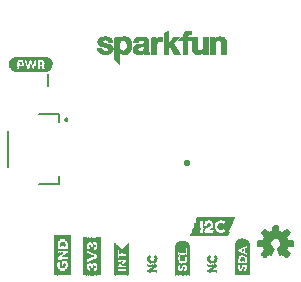
<source format=gto>
G75*
%MOIN*%
%OFA0B0*%
%FSLAX25Y25*%
%IPPOS*%
%LPD*%
%AMOC8*
5,1,8,0,0,1.08239X$1,22.5*
%
%ADD10C,0.00800*%
%ADD11C,0.00591*%
%ADD12R,0.00157X0.12520*%
%ADD13R,0.00118X0.12520*%
%ADD14R,0.00118X0.02480*%
%ADD15R,0.00118X0.06220*%
%ADD16R,0.00157X0.02047*%
%ADD17R,0.00157X0.00945*%
%ADD18R,0.00118X0.01929*%
%ADD19R,0.00118X0.00709*%
%ADD20R,0.00118X0.02047*%
%ADD21R,0.00157X0.01772*%
%ADD22R,0.00157X0.00551*%
%ADD23R,0.00157X0.01811*%
%ADD24R,0.00118X0.01654*%
%ADD25R,0.00118X0.00433*%
%ADD26R,0.00118X0.01811*%
%ADD27R,0.00157X0.01654*%
%ADD28R,0.00118X0.00276*%
%ADD29R,0.00118X0.00394*%
%ADD30R,0.00118X0.01496*%
%ADD31R,0.00118X0.00551*%
%ADD32R,0.00157X0.00669*%
%ADD33R,0.00157X0.01378*%
%ADD34R,0.00157X0.00709*%
%ADD35R,0.00157X0.01496*%
%ADD36R,0.00118X0.00984*%
%ADD37R,0.00118X0.01260*%
%ADD38R,0.00157X0.01929*%
%ADD39R,0.00157X0.01102*%
%ADD40R,0.00118X0.00827*%
%ADD41R,0.00118X0.00945*%
%ADD42R,0.00157X0.02480*%
%ADD43R,0.00157X0.00984*%
%ADD44R,0.00118X0.01102*%
%ADD45R,0.00118X0.01772*%
%ADD46R,0.00157X0.01260*%
%ADD47R,0.00157X0.00394*%
%ADD48R,0.00157X0.02087*%
%ADD49R,0.00118X0.03031*%
%ADD50R,0.00118X0.00157*%
%ADD51R,0.00118X0.02638*%
%ADD52R,0.00157X0.01220*%
%ADD53R,0.00157X0.00157*%
%ADD54R,0.00118X0.01220*%
%ADD55R,0.00118X0.00669*%
%ADD56R,0.00118X0.01378*%
%ADD57R,0.00157X0.02205*%
%ADD58R,0.00118X0.02205*%
%ADD59R,0.00118X0.10394*%
%ADD60R,0.00118X0.10748*%
%ADD61R,0.00079X0.10984*%
%ADD62R,0.00157X0.11220*%
%ADD63R,0.00118X0.11339*%
%ADD64R,0.00118X0.11457*%
%ADD65R,0.00079X0.11575*%
%ADD66R,0.00118X0.02126*%
%ADD67R,0.00118X0.08976*%
%ADD68R,0.00157X0.01890*%
%ADD69R,0.00157X0.00827*%
%ADD70R,0.00157X0.02362*%
%ADD71R,0.00157X0.03425*%
%ADD72R,0.00118X0.00591*%
%ADD73R,0.00118X0.02008*%
%ADD74R,0.00118X0.03307*%
%ADD75R,0.00118X0.01535*%
%ADD76R,0.00118X0.00472*%
%ADD77R,0.00118X0.03425*%
%ADD78R,0.00157X0.01417*%
%ADD79R,0.00157X0.00472*%
%ADD80R,0.00157X0.01299*%
%ADD81R,0.00118X0.01417*%
%ADD82R,0.00118X0.01181*%
%ADD83R,0.00157X0.01063*%
%ADD84R,0.00157X0.03307*%
%ADD85R,0.00118X0.03189*%
%ADD86R,0.00118X0.01299*%
%ADD87R,0.00118X0.00236*%
%ADD88R,0.00157X0.00591*%
%ADD89R,0.00157X0.00236*%
%ADD90R,0.00157X0.03071*%
%ADD91R,0.00118X0.00354*%
%ADD92R,0.00118X0.03071*%
%ADD93R,0.00118X0.02953*%
%ADD94R,0.00157X0.02835*%
%ADD95R,0.00157X0.00354*%
%ADD96R,0.00157X0.01181*%
%ADD97R,0.00118X0.01063*%
%ADD98R,0.00118X0.02835*%
%ADD99R,0.00118X0.02598*%
%ADD100R,0.00118X0.02362*%
%ADD101R,0.00118X0.02244*%
%ADD102R,0.00157X0.02126*%
%ADD103R,0.00118X0.11575*%
%ADD104R,0.00118X0.11220*%
%ADD105R,0.00118X0.10984*%
%ADD106R,0.00118X0.09685*%
%ADD107R,0.00118X0.10039*%
%ADD108R,0.00079X0.10276*%
%ADD109R,0.00157X0.10512*%
%ADD110R,0.00118X0.10630*%
%ADD111R,0.00079X0.10866*%
%ADD112R,0.00118X0.05315*%
%ADD113R,0.00157X0.03661*%
%ADD114R,0.00118X0.03661*%
%ADD115R,0.00157X0.03780*%
%ADD116R,0.00118X0.03780*%
%ADD117R,0.00118X0.03898*%
%ADD118R,0.00157X0.02008*%
%ADD119R,0.00157X0.03898*%
%ADD120R,0.00157X0.02717*%
%ADD121R,0.00118X0.01890*%
%ADD122R,0.00118X0.10866*%
%ADD123R,0.00118X0.10512*%
%ADD124R,0.00118X0.10276*%
%ADD125R,0.10748X0.00118*%
%ADD126R,0.11457X0.00118*%
%ADD127R,0.11929X0.00079*%
%ADD128R,0.12402X0.00157*%
%ADD129R,0.12638X0.00118*%
%ADD130R,0.12874X0.00118*%
%ADD131R,0.13110X0.00079*%
%ADD132R,0.04961X0.00118*%
%ADD133R,0.03071X0.00118*%
%ADD134R,0.05079X0.00118*%
%ADD135R,0.02244X0.00157*%
%ADD136R,0.00945X0.00157*%
%ADD137R,0.01181X0.00157*%
%ADD138R,0.00472X0.00157*%
%ADD139R,0.02835X0.00157*%
%ADD140R,0.02244X0.00118*%
%ADD141R,0.00591X0.00118*%
%ADD142R,0.00945X0.00118*%
%ADD143R,0.00354X0.00118*%
%ADD144R,0.02598X0.00118*%
%ADD145R,0.02362X0.00118*%
%ADD146R,0.00472X0.00118*%
%ADD147R,0.00827X0.00118*%
%ADD148R,0.02480X0.00118*%
%ADD149R,0.02480X0.00157*%
%ADD150R,0.00236X0.00157*%
%ADD151R,0.00709X0.00157*%
%ADD152R,0.00354X0.00157*%
%ADD153R,0.00709X0.00118*%
%ADD154R,0.00236X0.00118*%
%ADD155R,0.02598X0.00157*%
%ADD156R,0.00591X0.00157*%
%ADD157R,0.02717X0.00118*%
%ADD158R,0.02835X0.00118*%
%ADD159R,0.00827X0.00157*%
%ADD160R,0.01299X0.00118*%
%ADD161R,0.01654X0.00118*%
%ADD162R,0.01063X0.00118*%
%ADD163R,0.01063X0.00157*%
%ADD164R,0.01181X0.00118*%
%ADD165R,0.02126X0.00118*%
%ADD166R,0.02126X0.00157*%
%ADD167R,0.01417X0.00118*%
%ADD168R,0.13110X0.00118*%
%ADD169R,0.12402X0.00118*%
%ADD170R,0.11929X0.00118*%
%ADD171R,0.02756X0.00394*%
%ADD172R,0.04331X0.00394*%
%ADD173R,0.05118X0.00394*%
%ADD174R,0.05512X0.00394*%
%ADD175R,0.06299X0.00394*%
%ADD176R,0.07087X0.00394*%
%ADD177R,0.09449X0.00394*%
%ADD178R,0.10630X0.00394*%
%ADD179R,0.11417X0.00394*%
%ADD180R,0.10236X0.00394*%
%ADD181R,0.01181X0.00394*%
%ADD182R,0.01575X0.00394*%
%ADD183R,0.00787X0.00394*%
%ADD184R,0.00394X0.00394*%
%ADD185R,0.00157X0.13386*%
%ADD186R,0.00118X0.13386*%
%ADD187R,0.00118X0.02913*%
%ADD188R,0.00118X0.09646*%
%ADD189R,0.00157X0.02638*%
%ADD190R,0.00157X0.00433*%
%ADD191R,0.00118X0.02087*%
%ADD192R,0.00157X0.01535*%
%ADD193R,0.00157X0.00276*%
%ADD194R,0.00118X0.00118*%
%ADD195R,0.00118X0.02756*%
%ADD196C,0.02236*%
%ADD197R,0.00079X0.10512*%
%ADD198R,0.00157X0.10394*%
%ADD199R,0.00118X0.10157*%
%ADD200R,0.00079X0.10039*%
%ADD201R,0.00118X0.09921*%
%ADD202R,0.00157X0.00118*%
%ADD203R,0.00157X0.02598*%
%ADD204C,0.00300*%
%ADD205R,0.12441X0.00157*%
%ADD206R,0.12598X0.00157*%
%ADD207R,0.03780X0.00157*%
%ADD208R,0.03465X0.00157*%
%ADD209R,0.03937X0.00157*%
%ADD210R,0.01575X0.00157*%
%ADD211R,0.01260X0.00157*%
%ADD212R,0.02520X0.00157*%
%ADD213R,0.03307X0.00157*%
%ADD214R,0.01417X0.00157*%
%ADD215R,0.01890X0.00157*%
%ADD216R,0.02992X0.00157*%
%ADD217R,0.00630X0.00157*%
%ADD218R,0.02677X0.00157*%
%ADD219R,0.01102X0.00157*%
%ADD220R,0.01732X0.00157*%
%ADD221R,0.00787X0.00157*%
%ADD222R,0.00315X0.00157*%
%ADD223R,0.04724X0.00157*%
%ADD224R,0.04567X0.00157*%
%ADD225R,0.02047X0.00157*%
%ADD226R,0.02205X0.00157*%
%ADD227R,0.04409X0.00157*%
%ADD228R,0.02362X0.00157*%
%ADD229R,0.04252X0.00157*%
D10*
X0125459Y0118189D02*
X0131955Y0118189D01*
X0131955Y0121142D01*
X0115223Y0124094D02*
X0115223Y0135906D01*
X0125459Y0141811D02*
X0131955Y0141811D01*
X0131955Y0138858D01*
X0134114Y0139843D02*
X0134116Y0139883D01*
X0134122Y0139922D01*
X0134132Y0139961D01*
X0134145Y0139998D01*
X0134163Y0140034D01*
X0134184Y0140068D01*
X0134208Y0140100D01*
X0134235Y0140129D01*
X0134265Y0140156D01*
X0134297Y0140179D01*
X0134332Y0140199D01*
X0134368Y0140215D01*
X0134406Y0140228D01*
X0134445Y0140237D01*
X0134484Y0140242D01*
X0134524Y0140243D01*
X0134564Y0140240D01*
X0134603Y0140233D01*
X0134641Y0140222D01*
X0134679Y0140208D01*
X0134714Y0140189D01*
X0134747Y0140168D01*
X0134779Y0140143D01*
X0134807Y0140115D01*
X0134833Y0140085D01*
X0134855Y0140052D01*
X0134874Y0140017D01*
X0134890Y0139980D01*
X0134902Y0139942D01*
X0134910Y0139903D01*
X0134914Y0139863D01*
X0134914Y0139823D01*
X0134910Y0139783D01*
X0134902Y0139744D01*
X0134890Y0139706D01*
X0134874Y0139669D01*
X0134855Y0139634D01*
X0134833Y0139601D01*
X0134807Y0139571D01*
X0134779Y0139543D01*
X0134747Y0139518D01*
X0134714Y0139497D01*
X0134679Y0139478D01*
X0134641Y0139464D01*
X0134603Y0139453D01*
X0134564Y0139446D01*
X0134524Y0139443D01*
X0134484Y0139444D01*
X0134445Y0139449D01*
X0134406Y0139458D01*
X0134368Y0139471D01*
X0134332Y0139487D01*
X0134297Y0139507D01*
X0134265Y0139530D01*
X0134235Y0139557D01*
X0134208Y0139586D01*
X0134184Y0139618D01*
X0134163Y0139652D01*
X0134145Y0139688D01*
X0134132Y0139725D01*
X0134122Y0139764D01*
X0134116Y0139803D01*
X0134114Y0139843D01*
X0128583Y0151125D02*
X0128583Y0154875D01*
D11*
X0203614Y0104361D02*
X0203420Y0102456D01*
X0202780Y0102251D01*
X0202182Y0101943D01*
X0200698Y0103154D01*
X0199680Y0102136D01*
X0200890Y0100652D01*
X0200582Y0100054D01*
X0200377Y0099413D01*
X0198472Y0099220D01*
X0198472Y0097780D01*
X0200377Y0097587D01*
X0200582Y0096946D01*
X0200890Y0096348D01*
X0199680Y0094864D01*
X0200698Y0093846D01*
X0202182Y0095057D01*
X0202779Y0094749D01*
X0203627Y0096795D01*
X0203248Y0097007D01*
X0202930Y0097301D01*
X0202689Y0097662D01*
X0202539Y0098069D01*
X0202488Y0098500D01*
X0202541Y0098939D01*
X0202696Y0099352D01*
X0202946Y0099717D01*
X0203275Y0100011D01*
X0203664Y0100220D01*
X0204092Y0100329D01*
X0204534Y0100334D01*
X0204964Y0100234D01*
X0205358Y0100034D01*
X0205694Y0099746D01*
X0205951Y0099387D01*
X0206115Y0098977D01*
X0206178Y0098540D01*
X0206135Y0098100D01*
X0205988Y0097684D01*
X0205747Y0097314D01*
X0205425Y0097012D01*
X0205040Y0096795D01*
X0205887Y0094749D01*
X0206485Y0095057D01*
X0207969Y0093846D01*
X0208987Y0094864D01*
X0207777Y0096348D01*
X0208085Y0096946D01*
X0208290Y0097587D01*
X0210195Y0097780D01*
X0210195Y0099220D01*
X0208290Y0099413D01*
X0208085Y0100054D01*
X0207777Y0100652D01*
X0208987Y0102136D01*
X0207969Y0103154D01*
X0206485Y0101943D01*
X0205887Y0102251D01*
X0205247Y0102456D01*
X0205053Y0104361D01*
X0203614Y0104361D01*
X0203592Y0104152D02*
X0205074Y0104152D01*
X0205134Y0103562D02*
X0203532Y0103562D01*
X0203473Y0102973D02*
X0205194Y0102973D01*
X0205471Y0102384D02*
X0203195Y0102384D01*
X0201641Y0102384D02*
X0199928Y0102384D01*
X0199957Y0101795D02*
X0208709Y0101795D01*
X0208738Y0102384D02*
X0207026Y0102384D01*
X0207748Y0102973D02*
X0208149Y0102973D01*
X0208229Y0101206D02*
X0200438Y0101206D01*
X0200872Y0100617D02*
X0207794Y0100617D01*
X0208093Y0100028D02*
X0205365Y0100028D01*
X0205914Y0099439D02*
X0208281Y0099439D01*
X0209128Y0097672D02*
X0205981Y0097672D01*
X0206151Y0098261D02*
X0210195Y0098261D01*
X0210195Y0098850D02*
X0206134Y0098850D01*
X0205500Y0097083D02*
X0208128Y0097083D01*
X0207851Y0096494D02*
X0205164Y0096494D01*
X0205408Y0095905D02*
X0208138Y0095905D01*
X0208619Y0095316D02*
X0205652Y0095316D01*
X0206890Y0094727D02*
X0208849Y0094727D01*
X0208260Y0094137D02*
X0207612Y0094137D01*
X0203258Y0095905D02*
X0200528Y0095905D01*
X0200815Y0096494D02*
X0203502Y0096494D01*
X0203166Y0097083D02*
X0200538Y0097083D01*
X0199538Y0097672D02*
X0202685Y0097672D01*
X0202516Y0098261D02*
X0198472Y0098261D01*
X0198472Y0098850D02*
X0202530Y0098850D01*
X0202756Y0099439D02*
X0200385Y0099439D01*
X0200574Y0100028D02*
X0203306Y0100028D01*
X0200918Y0102973D02*
X0200517Y0102973D01*
X0200048Y0095316D02*
X0203014Y0095316D01*
X0201777Y0094727D02*
X0199817Y0094727D01*
X0200406Y0094137D02*
X0201054Y0094137D01*
D12*
X0146089Y0094171D03*
X0145814Y0094171D03*
X0145538Y0094171D03*
X0145262Y0094171D03*
X0141404Y0094171D03*
X0141129Y0094171D03*
X0140853Y0094171D03*
X0140577Y0094171D03*
D13*
X0140715Y0094171D03*
X0140991Y0094171D03*
X0141266Y0094171D03*
X0145400Y0094171D03*
X0145676Y0094171D03*
X0145951Y0094171D03*
D14*
X0141542Y0099191D03*
X0132744Y0091831D03*
X0141542Y0089151D03*
X0142920Y0089151D03*
X0143196Y0089151D03*
X0143471Y0089151D03*
X0154513Y0096380D03*
X0162526Y0093264D03*
X0171878Y0091874D03*
X0173768Y0089157D03*
X0182526Y0093264D03*
X0193768Y0089257D03*
D15*
X0141542Y0094171D03*
D16*
X0141680Y0094171D03*
X0141680Y0099407D03*
X0141680Y0088935D03*
D17*
X0142782Y0090588D03*
X0141680Y0091966D03*
X0143058Y0094171D03*
X0141680Y0096376D03*
X0142782Y0097478D03*
X0152288Y0091833D03*
X0163333Y0090134D03*
X0183333Y0090134D03*
X0192961Y0094986D03*
X0133158Y0090788D03*
X0132607Y0091339D03*
D18*
X0132193Y0088918D03*
X0134673Y0088918D03*
X0141818Y0088876D03*
X0144849Y0092734D03*
X0144849Y0095608D03*
X0143471Y0096317D03*
X0141818Y0099466D03*
X0134673Y0100375D03*
D19*
X0141818Y0096376D03*
X0142644Y0096100D03*
X0143196Y0094171D03*
X0141818Y0091966D03*
X0134398Y0091339D03*
X0131918Y0092717D03*
X0134122Y0094371D03*
X0152505Y0091951D03*
X0153962Y0091479D03*
X0154040Y0091479D03*
X0163471Y0089189D03*
X0163550Y0089189D03*
X0163668Y0089189D03*
X0163944Y0089189D03*
X0164062Y0089189D03*
X0164140Y0089189D03*
X0164416Y0089189D03*
X0164495Y0089189D03*
X0164613Y0089189D03*
X0172705Y0090398D03*
X0172626Y0091579D03*
X0174240Y0090398D03*
X0183471Y0089189D03*
X0183550Y0089189D03*
X0183668Y0089189D03*
X0183944Y0089189D03*
X0184062Y0089189D03*
X0184140Y0089189D03*
X0184416Y0089189D03*
X0184495Y0089189D03*
X0184613Y0089189D03*
X0192705Y0090498D03*
X0192705Y0091561D03*
X0192705Y0092978D03*
X0193099Y0094986D03*
X0193217Y0094986D03*
X0194713Y0094277D03*
X0194240Y0090498D03*
X0184140Y0094031D03*
X0164140Y0094031D03*
D20*
X0141818Y0094171D03*
D21*
X0141955Y0099545D03*
X0141955Y0088797D03*
X0172016Y0088803D03*
X0174851Y0088803D03*
X0172016Y0091874D03*
X0194851Y0088903D03*
D22*
X0142507Y0092320D03*
X0142231Y0092163D03*
X0141955Y0092045D03*
X0142231Y0096179D03*
X0141955Y0096297D03*
X0135087Y0096497D03*
X0133985Y0094292D03*
X0133158Y0092796D03*
X0132331Y0092796D03*
X0132055Y0092796D03*
X0131780Y0096497D03*
D23*
X0134536Y0100434D03*
X0143058Y0096376D03*
X0144711Y0095549D03*
X0144711Y0092793D03*
X0141955Y0094171D03*
X0134536Y0088859D03*
D24*
X0134122Y0088780D03*
X0132744Y0088780D03*
X0142093Y0088738D03*
X0142369Y0088738D03*
X0142644Y0088738D03*
X0135225Y0094725D03*
X0142093Y0099604D03*
X0142920Y0099604D03*
X0143471Y0099604D03*
X0142920Y0096454D03*
X0134122Y0100513D03*
X0132744Y0100513D03*
X0154788Y0093723D03*
X0163196Y0089661D03*
X0163550Y0090724D03*
X0163668Y0090724D03*
X0172154Y0088744D03*
X0183196Y0089661D03*
X0183550Y0090724D03*
X0183668Y0090724D03*
X0192154Y0088844D03*
X0192233Y0094868D03*
D25*
X0142093Y0096238D03*
X0142093Y0092104D03*
X0134673Y0092855D03*
X0134398Y0092855D03*
X0134122Y0092855D03*
X0133847Y0092855D03*
X0133571Y0092855D03*
X0133296Y0092855D03*
X0133847Y0094233D03*
X0133847Y0096438D03*
X0134122Y0096438D03*
X0134398Y0096438D03*
X0134673Y0096438D03*
X0134949Y0096438D03*
X0133571Y0096438D03*
X0133296Y0096438D03*
X0133020Y0096438D03*
X0132744Y0096438D03*
X0132469Y0096438D03*
X0132193Y0096438D03*
X0131918Y0096438D03*
D26*
X0132469Y0100434D03*
X0134398Y0100434D03*
X0143196Y0096376D03*
X0142093Y0094171D03*
X0134398Y0088859D03*
X0132469Y0088859D03*
D27*
X0132607Y0088780D03*
X0132882Y0088780D03*
X0133985Y0088780D03*
X0134260Y0088780D03*
X0142231Y0088738D03*
X0142507Y0088738D03*
X0143885Y0088738D03*
X0144711Y0088738D03*
X0142231Y0094250D03*
X0142231Y0099604D03*
X0143058Y0099604D03*
X0143609Y0099604D03*
X0144711Y0099604D03*
X0152761Y0095967D03*
X0153706Y0095967D03*
X0164751Y0093441D03*
X0172961Y0090988D03*
X0173433Y0088744D03*
X0184751Y0093441D03*
X0192961Y0091088D03*
X0193433Y0088844D03*
X0194851Y0096167D03*
X0134260Y0100513D03*
X0132607Y0100513D03*
X0131780Y0094725D03*
D28*
X0133571Y0094154D03*
X0142369Y0090805D03*
X0142369Y0097694D03*
D29*
X0143471Y0094171D03*
X0142369Y0092242D03*
X0133296Y0095198D03*
D30*
X0142369Y0094171D03*
X0144573Y0095549D03*
X0144573Y0092793D03*
X0144573Y0088659D03*
X0144298Y0088659D03*
X0144022Y0088659D03*
X0144022Y0099683D03*
X0143747Y0099683D03*
X0144298Y0099683D03*
X0144573Y0099683D03*
X0142644Y0099683D03*
X0142369Y0099683D03*
D31*
X0142369Y0096179D03*
X0142644Y0092320D03*
X0134949Y0092796D03*
X0132469Y0092796D03*
X0132193Y0092796D03*
X0133020Y0095119D03*
X0134398Y0097875D03*
D32*
X0132882Y0095060D03*
X0142507Y0097616D03*
X0142782Y0092380D03*
X0142507Y0090726D03*
D33*
X0143333Y0092301D03*
X0144160Y0092734D03*
X0142507Y0094230D03*
X0143885Y0095765D03*
X0144160Y0095608D03*
X0133709Y0098288D03*
X0133433Y0098288D03*
X0133158Y0098288D03*
X0133985Y0091123D03*
D34*
X0132607Y0092717D03*
X0134260Y0094371D03*
X0142507Y0096100D03*
X0143333Y0094171D03*
X0161916Y0091197D03*
X0161916Y0089189D03*
X0163333Y0089189D03*
X0163806Y0089189D03*
X0164278Y0089189D03*
X0164751Y0089189D03*
X0174851Y0094413D03*
X0181916Y0091197D03*
X0181916Y0089189D03*
X0183333Y0089189D03*
X0183806Y0089189D03*
X0184278Y0089189D03*
X0184751Y0089189D03*
X0194851Y0091561D03*
D35*
X0144436Y0092793D03*
X0144436Y0095549D03*
X0144436Y0099683D03*
X0144160Y0099683D03*
X0143885Y0099683D03*
X0142782Y0099683D03*
X0142507Y0099683D03*
X0135087Y0094646D03*
X0144160Y0088659D03*
X0144436Y0088659D03*
D36*
X0144022Y0090726D03*
X0142644Y0090726D03*
X0142644Y0097616D03*
X0144022Y0097616D03*
X0132744Y0098091D03*
D37*
X0133020Y0098229D03*
X0133847Y0098229D03*
X0134949Y0094646D03*
X0142644Y0094171D03*
D38*
X0143333Y0096317D03*
X0143333Y0099466D03*
X0144987Y0099466D03*
X0132331Y0100375D03*
X0132331Y0088918D03*
X0142782Y0088876D03*
X0144987Y0088876D03*
D39*
X0143885Y0090667D03*
X0142782Y0094250D03*
X0142782Y0096179D03*
X0143885Y0097557D03*
X0134811Y0094568D03*
X0132331Y0094843D03*
X0131780Y0092639D03*
X0134260Y0091261D03*
X0132882Y0098150D03*
D40*
X0132744Y0094981D03*
X0134398Y0094430D03*
X0133571Y0090729D03*
X0133296Y0090729D03*
X0142920Y0092301D03*
X0152426Y0091892D03*
X0162054Y0091138D03*
X0162133Y0091138D03*
X0162251Y0091138D03*
X0162526Y0091138D03*
X0162605Y0091138D03*
X0162723Y0091138D03*
X0162999Y0091138D03*
X0163117Y0091138D03*
X0163196Y0091138D03*
X0163196Y0092201D03*
X0163117Y0092201D03*
X0163471Y0092201D03*
X0163550Y0092201D03*
X0163668Y0092201D03*
X0163944Y0092319D03*
X0162133Y0089248D03*
X0162054Y0089248D03*
X0172351Y0091756D03*
X0172705Y0091520D03*
X0173217Y0091283D03*
X0174162Y0090339D03*
X0174595Y0091756D03*
X0172705Y0093291D03*
X0182054Y0091138D03*
X0182133Y0091138D03*
X0182251Y0091138D03*
X0182526Y0091138D03*
X0182605Y0091138D03*
X0182723Y0091138D03*
X0182999Y0091138D03*
X0183117Y0091138D03*
X0183196Y0091138D03*
X0183196Y0092201D03*
X0183117Y0092201D03*
X0183471Y0092201D03*
X0183550Y0092201D03*
X0183668Y0092201D03*
X0183944Y0092319D03*
X0182133Y0089248D03*
X0182054Y0089248D03*
X0194162Y0090439D03*
D41*
X0194044Y0090380D03*
X0193217Y0091443D03*
X0192823Y0093096D03*
X0194162Y0093096D03*
X0192823Y0094986D03*
X0184613Y0091079D03*
X0184495Y0091079D03*
X0182999Y0092260D03*
X0182723Y0092378D03*
X0182251Y0089307D03*
X0174044Y0090280D03*
X0172233Y0091815D03*
X0174988Y0094295D03*
X0164613Y0091079D03*
X0164495Y0091079D03*
X0162999Y0092260D03*
X0162723Y0092378D03*
X0162251Y0089307D03*
X0154316Y0091597D03*
X0152151Y0091833D03*
X0142920Y0094171D03*
X0132469Y0094922D03*
D42*
X0135087Y0100099D03*
X0135087Y0089194D03*
X0143058Y0089151D03*
X0143333Y0089151D03*
X0143609Y0089151D03*
X0164278Y0093264D03*
X0184278Y0093264D03*
X0194378Y0098824D03*
D43*
X0144160Y0097616D03*
X0143058Y0092380D03*
X0144160Y0090726D03*
X0134536Y0094509D03*
X0134260Y0098091D03*
D44*
X0134122Y0098150D03*
X0134673Y0094568D03*
X0135225Y0092639D03*
X0143196Y0092320D03*
X0143471Y0092439D03*
X0143747Y0092596D03*
D45*
X0144849Y0088797D03*
X0152623Y0096026D03*
X0153844Y0096026D03*
X0162054Y0093382D03*
X0163471Y0090665D03*
X0172823Y0090929D03*
X0173571Y0088803D03*
X0182054Y0093382D03*
X0183471Y0090665D03*
X0192823Y0091029D03*
X0193571Y0088903D03*
X0194988Y0096108D03*
X0144849Y0099545D03*
X0143196Y0099545D03*
D46*
X0143609Y0092517D03*
X0133985Y0098229D03*
D47*
X0133158Y0095198D03*
X0143609Y0094171D03*
D48*
X0143609Y0096238D03*
X0134811Y0100296D03*
X0134811Y0088997D03*
D49*
X0143747Y0089427D03*
D50*
X0143747Y0094171D03*
X0121770Y0158000D03*
D51*
X0143747Y0096513D03*
X0145125Y0095687D03*
X0145125Y0092655D03*
X0133020Y0091753D03*
D52*
X0132055Y0094784D03*
X0143885Y0092655D03*
D53*
X0143885Y0094171D03*
X0133433Y0094095D03*
D54*
X0132193Y0094784D03*
X0134122Y0091202D03*
X0144022Y0092655D03*
X0144022Y0095687D03*
D55*
X0144298Y0097616D03*
X0144298Y0090726D03*
X0135225Y0096438D03*
D56*
X0133571Y0098288D03*
X0133296Y0098288D03*
X0131918Y0094706D03*
X0133847Y0091123D03*
X0144298Y0092734D03*
X0144298Y0095608D03*
D57*
X0144987Y0095628D03*
X0144987Y0092714D03*
X0132055Y0089056D03*
X0132055Y0100237D03*
D58*
X0134949Y0100237D03*
X0145125Y0099328D03*
X0145125Y0089013D03*
X0134949Y0089056D03*
D59*
X0155222Y0093132D03*
X0191091Y0093214D03*
X0195776Y0093214D03*
D60*
X0195658Y0093391D03*
X0191209Y0093391D03*
X0175225Y0093291D03*
X0171681Y0093291D03*
X0155576Y0093309D03*
X0150891Y0093309D03*
D61*
X0191307Y0093509D03*
D62*
X0191425Y0093628D03*
D63*
X0191563Y0093687D03*
X0195343Y0093687D03*
D64*
X0195225Y0093746D03*
X0191681Y0093746D03*
D65*
X0191780Y0093805D03*
D66*
X0191878Y0089080D03*
X0193650Y0089080D03*
X0182133Y0093441D03*
X0174988Y0097839D03*
X0174713Y0097957D03*
X0173768Y0093587D03*
X0173650Y0093587D03*
X0173571Y0093587D03*
X0173296Y0093587D03*
X0173217Y0093587D03*
X0173099Y0093587D03*
X0171878Y0088980D03*
X0162133Y0093441D03*
X0194713Y0098765D03*
D67*
X0191878Y0095222D03*
D68*
X0192016Y0088962D03*
D69*
X0192016Y0091502D03*
X0194851Y0094218D03*
X0184751Y0091138D03*
X0183333Y0091138D03*
X0182861Y0091138D03*
X0182388Y0091138D03*
X0182861Y0092319D03*
X0183333Y0092201D03*
X0183806Y0092319D03*
X0172488Y0091638D03*
X0172016Y0094354D03*
X0164751Y0091138D03*
X0163333Y0091138D03*
X0162861Y0091138D03*
X0162388Y0091138D03*
X0162861Y0092319D03*
X0163333Y0092201D03*
X0163806Y0092319D03*
X0154178Y0091538D03*
X0135087Y0092776D03*
X0133709Y0090729D03*
X0133433Y0090729D03*
X0132607Y0094981D03*
X0132607Y0098013D03*
D70*
X0162388Y0093323D03*
X0182388Y0093323D03*
X0192016Y0094750D03*
D71*
X0192016Y0098116D03*
X0192488Y0098352D03*
D72*
X0193296Y0094927D03*
X0193296Y0091620D03*
X0192626Y0091620D03*
X0192154Y0091620D03*
X0194713Y0091620D03*
X0184888Y0091138D03*
X0184888Y0089130D03*
X0181778Y0093382D03*
X0182605Y0094091D03*
X0174240Y0093291D03*
X0174516Y0091756D03*
X0173296Y0091402D03*
X0172823Y0094354D03*
X0164888Y0091138D03*
X0164888Y0089130D03*
X0161778Y0093382D03*
X0162605Y0094091D03*
X0153844Y0091420D03*
X0152623Y0092010D03*
D73*
X0152426Y0096144D03*
X0154040Y0096144D03*
X0164613Y0093382D03*
X0173650Y0088921D03*
X0174044Y0093646D03*
X0184613Y0093382D03*
X0192154Y0094809D03*
X0194988Y0089021D03*
D74*
X0192154Y0098175D03*
X0192351Y0098293D03*
X0192626Y0098411D03*
X0192705Y0098411D03*
X0193099Y0098529D03*
D75*
X0194713Y0096108D03*
X0192351Y0094927D03*
X0192351Y0088785D03*
X0192233Y0088785D03*
X0193217Y0088785D03*
X0193296Y0088785D03*
X0194044Y0088785D03*
X0194595Y0088785D03*
X0194713Y0088785D03*
X0183117Y0089602D03*
X0182999Y0089602D03*
X0174713Y0088685D03*
X0174044Y0088685D03*
X0173296Y0088685D03*
X0172351Y0088685D03*
X0172233Y0088685D03*
X0163117Y0089602D03*
X0162999Y0089602D03*
X0153568Y0095908D03*
X0153450Y0095908D03*
X0153371Y0095908D03*
X0153096Y0095908D03*
X0153017Y0095908D03*
X0152899Y0095908D03*
X0133847Y0100572D03*
X0133571Y0100572D03*
X0133296Y0100572D03*
X0133020Y0100572D03*
X0133020Y0088721D03*
X0133296Y0088721D03*
X0133571Y0088721D03*
X0133847Y0088721D03*
D76*
X0151954Y0090180D03*
X0152899Y0092069D03*
X0154788Y0090180D03*
X0172626Y0090398D03*
X0174162Y0091697D03*
X0174240Y0091697D03*
X0174162Y0094413D03*
X0172705Y0094413D03*
X0172154Y0094413D03*
X0192233Y0091679D03*
X0192351Y0091679D03*
X0192626Y0090498D03*
X0194595Y0091679D03*
X0194240Y0092978D03*
X0194516Y0094395D03*
X0194595Y0094395D03*
X0193650Y0094868D03*
X0193571Y0094868D03*
X0193650Y0096167D03*
D77*
X0192823Y0098470D03*
X0192233Y0098234D03*
D78*
X0192488Y0088726D03*
X0192961Y0088726D03*
X0194378Y0088726D03*
X0182861Y0089543D03*
X0174851Y0091815D03*
X0172961Y0088626D03*
X0172488Y0088626D03*
X0162861Y0089543D03*
X0154651Y0088644D03*
X0151816Y0088644D03*
X0151816Y0091715D03*
X0152761Y0093723D03*
X0153233Y0093723D03*
X0153706Y0093723D03*
X0154178Y0093723D03*
X0154651Y0093723D03*
D79*
X0152288Y0093250D03*
X0153706Y0091361D03*
X0154651Y0090180D03*
X0151816Y0090180D03*
X0192488Y0091679D03*
X0193433Y0091679D03*
X0194378Y0094513D03*
X0193906Y0094750D03*
D80*
X0192488Y0094927D03*
X0193433Y0093273D03*
X0181916Y0093382D03*
X0174378Y0088567D03*
X0161916Y0093382D03*
X0154178Y0088585D03*
X0153706Y0088585D03*
X0153233Y0088585D03*
X0152761Y0088585D03*
X0152288Y0088585D03*
D81*
X0154788Y0088644D03*
X0154788Y0091715D03*
X0154513Y0093723D03*
X0154395Y0093723D03*
X0154316Y0093723D03*
X0154040Y0093723D03*
X0153962Y0093723D03*
X0153844Y0093723D03*
X0153568Y0093723D03*
X0153450Y0093723D03*
X0153371Y0093723D03*
X0153096Y0093723D03*
X0153017Y0093723D03*
X0152899Y0093723D03*
X0152623Y0093723D03*
X0152505Y0093723D03*
X0152426Y0093723D03*
X0163944Y0090843D03*
X0172626Y0088626D03*
X0172705Y0088626D03*
X0172823Y0088626D03*
X0173099Y0088626D03*
X0173217Y0088626D03*
X0174162Y0088626D03*
X0174240Y0088626D03*
X0174516Y0088626D03*
X0174595Y0088626D03*
X0173099Y0091106D03*
X0183944Y0090843D03*
X0192626Y0088726D03*
X0192705Y0088726D03*
X0192823Y0088726D03*
X0193099Y0088726D03*
X0194162Y0088726D03*
X0194240Y0088726D03*
X0194516Y0088726D03*
X0193099Y0091206D03*
X0194595Y0096167D03*
D82*
X0192705Y0094986D03*
X0192626Y0094986D03*
X0193099Y0093214D03*
X0193217Y0093214D03*
X0193650Y0093214D03*
X0193768Y0093214D03*
X0184888Y0093441D03*
X0184140Y0092614D03*
X0182605Y0092496D03*
X0182605Y0089425D03*
X0182526Y0089425D03*
X0174713Y0091815D03*
X0172823Y0093350D03*
X0164888Y0093441D03*
X0164140Y0092614D03*
X0162605Y0092496D03*
X0162605Y0089425D03*
X0162526Y0089425D03*
X0151954Y0091715D03*
X0152033Y0096912D03*
D83*
X0152288Y0096735D03*
X0162388Y0089366D03*
X0182388Y0089366D03*
X0192961Y0093155D03*
D84*
X0192961Y0098529D03*
D85*
X0193217Y0098588D03*
X0193296Y0098588D03*
D86*
X0194516Y0096108D03*
X0194988Y0094100D03*
X0193571Y0093273D03*
X0193296Y0093273D03*
X0184140Y0090902D03*
X0184062Y0090902D03*
X0182723Y0089484D03*
X0172154Y0091874D03*
X0164140Y0090902D03*
X0164062Y0090902D03*
X0162723Y0089484D03*
X0154513Y0088585D03*
X0154395Y0088585D03*
X0154316Y0088585D03*
X0154040Y0088585D03*
X0153962Y0088585D03*
X0153844Y0088585D03*
X0153568Y0088585D03*
X0153450Y0088585D03*
X0153371Y0088585D03*
X0153096Y0088585D03*
X0153017Y0088585D03*
X0152899Y0088585D03*
X0152623Y0088585D03*
X0152505Y0088585D03*
X0152426Y0088585D03*
X0152151Y0088585D03*
X0152033Y0088585D03*
X0151954Y0088585D03*
X0151954Y0096971D03*
D87*
X0153096Y0092187D03*
X0153371Y0091243D03*
X0161778Y0089189D03*
X0165007Y0093441D03*
X0172351Y0094531D03*
X0174516Y0094531D03*
X0174595Y0094531D03*
X0173650Y0091579D03*
X0181778Y0089189D03*
X0185007Y0093441D03*
X0193296Y0096167D03*
X0194044Y0091797D03*
D88*
X0193433Y0094927D03*
X0174378Y0091756D03*
X0152761Y0092010D03*
D89*
X0153233Y0092187D03*
X0172488Y0094531D03*
X0193433Y0096167D03*
D90*
X0193433Y0098647D03*
D91*
X0193571Y0096108D03*
X0193768Y0094809D03*
X0194044Y0094691D03*
X0194162Y0094691D03*
X0194240Y0094572D03*
X0194240Y0091738D03*
X0194162Y0091738D03*
X0194516Y0091738D03*
X0193768Y0091738D03*
X0193650Y0091738D03*
X0193571Y0091738D03*
X0184062Y0094091D03*
X0182723Y0094091D03*
X0174713Y0094472D03*
X0174240Y0094472D03*
X0172626Y0094472D03*
X0172233Y0094472D03*
X0173768Y0091638D03*
X0173571Y0091520D03*
X0174044Y0091638D03*
X0164062Y0094091D03*
X0162723Y0094091D03*
X0154513Y0090239D03*
X0154395Y0090239D03*
X0154316Y0090239D03*
X0154040Y0090239D03*
X0153962Y0090239D03*
X0153844Y0090239D03*
X0153568Y0090239D03*
X0153450Y0090239D03*
X0153371Y0090239D03*
X0153096Y0090239D03*
X0153017Y0090239D03*
X0152899Y0090239D03*
X0152623Y0090239D03*
X0152505Y0090239D03*
X0152426Y0090239D03*
X0152151Y0090239D03*
X0152033Y0090239D03*
X0153450Y0091302D03*
X0153568Y0091302D03*
X0153017Y0092128D03*
X0152151Y0093191D03*
X0152033Y0093191D03*
X0151954Y0093191D03*
D92*
X0193571Y0098647D03*
D93*
X0193650Y0098706D03*
X0193768Y0098706D03*
D94*
X0193906Y0098765D03*
X0193906Y0089435D03*
D95*
X0193906Y0091738D03*
X0194378Y0091738D03*
X0174378Y0094472D03*
X0173906Y0091638D03*
X0173433Y0091520D03*
X0154178Y0090239D03*
X0153706Y0090239D03*
X0153233Y0090239D03*
X0152761Y0090239D03*
X0152288Y0090239D03*
X0151816Y0093191D03*
D96*
X0154651Y0091715D03*
X0164278Y0090961D03*
X0184278Y0090961D03*
X0193906Y0093214D03*
X0194378Y0096167D03*
D97*
X0194044Y0093155D03*
X0194988Y0091502D03*
X0184416Y0091020D03*
X0184062Y0092437D03*
X0174162Y0093291D03*
X0164416Y0091020D03*
X0164062Y0092437D03*
X0154513Y0091656D03*
X0154395Y0091656D03*
X0152033Y0091774D03*
X0152151Y0096853D03*
D98*
X0154788Y0096439D03*
X0194044Y0098765D03*
D99*
X0194162Y0098765D03*
X0194240Y0098765D03*
D100*
X0194516Y0098765D03*
X0184416Y0093323D03*
X0164416Y0093323D03*
X0154395Y0096321D03*
X0131918Y0100158D03*
X0131918Y0089135D03*
D101*
X0154316Y0096262D03*
X0162251Y0093382D03*
X0164495Y0093382D03*
X0174516Y0098016D03*
X0174595Y0098016D03*
X0182251Y0093382D03*
X0184495Y0093382D03*
X0194595Y0098824D03*
X0194988Y0098588D03*
D102*
X0194851Y0098765D03*
X0174851Y0097957D03*
X0173906Y0093587D03*
X0173433Y0093587D03*
X0154178Y0096203D03*
D103*
X0195107Y0093805D03*
D104*
X0195422Y0093628D03*
D105*
X0195540Y0093509D03*
D106*
X0175776Y0092760D03*
X0171091Y0092760D03*
D107*
X0171209Y0092937D03*
X0175658Y0092937D03*
X0154907Y0092955D03*
D108*
X0171307Y0093055D03*
D109*
X0171425Y0093173D03*
D110*
X0171563Y0093232D03*
X0175343Y0093232D03*
X0155458Y0093250D03*
X0151009Y0093250D03*
D111*
X0171780Y0093350D03*
D112*
X0171878Y0096244D03*
D113*
X0172016Y0097189D03*
D114*
X0172154Y0097189D03*
X0172233Y0097307D03*
X0172351Y0097307D03*
D115*
X0172488Y0097366D03*
X0174378Y0097366D03*
D116*
X0174240Y0097366D03*
X0174162Y0097366D03*
X0172705Y0097366D03*
X0172626Y0097366D03*
D117*
X0172823Y0097425D03*
X0173099Y0097425D03*
X0173217Y0097425D03*
X0173296Y0097425D03*
X0173571Y0097425D03*
X0173650Y0097425D03*
X0173768Y0097425D03*
X0174044Y0097425D03*
D118*
X0172961Y0093646D03*
D119*
X0172961Y0097425D03*
X0173433Y0097425D03*
X0173906Y0097425D03*
D120*
X0173906Y0089276D03*
D121*
X0174988Y0088862D03*
X0174988Y0091815D03*
X0153962Y0096085D03*
X0152505Y0096085D03*
D122*
X0175107Y0093350D03*
D123*
X0175422Y0093173D03*
X0155340Y0093191D03*
D124*
X0155143Y0093073D03*
X0151363Y0093073D03*
X0175540Y0093055D03*
D125*
X0122715Y0155657D03*
X0122715Y0160343D03*
D126*
X0122715Y0160224D03*
X0122715Y0155776D03*
D127*
X0122715Y0160126D03*
D128*
X0122715Y0160008D03*
D129*
X0122715Y0159870D03*
X0122715Y0156091D03*
D130*
X0122715Y0156209D03*
X0122715Y0159752D03*
D131*
X0122715Y0159654D03*
D132*
X0118522Y0159555D03*
D133*
X0122656Y0159555D03*
D134*
X0126849Y0159555D03*
D135*
X0117046Y0159417D03*
X0117046Y0156583D03*
D136*
X0119349Y0158472D03*
X0120294Y0159417D03*
X0120648Y0157528D03*
X0126199Y0158472D03*
X0126199Y0156583D03*
X0180530Y0105732D03*
X0182105Y0104787D03*
X0181948Y0104315D03*
X0181948Y0104157D03*
X0180688Y0103370D03*
X0183522Y0103370D03*
X0184152Y0102425D03*
D137*
X0124428Y0156583D03*
X0123483Y0159417D03*
X0121829Y0159417D03*
D138*
X0121829Y0158472D03*
X0120766Y0158000D03*
X0122656Y0157528D03*
X0123483Y0158472D03*
X0124782Y0159417D03*
X0180451Y0105260D03*
X0180451Y0105102D03*
X0180451Y0104157D03*
X0180451Y0102898D03*
X0180451Y0102740D03*
X0180294Y0102110D03*
X0183759Y0104000D03*
X0183759Y0104157D03*
X0183759Y0104315D03*
X0183759Y0104472D03*
X0183759Y0104630D03*
D139*
X0128444Y0157528D03*
X0128089Y0159417D03*
D140*
X0128503Y0156917D03*
X0128503Y0156839D03*
X0128266Y0156445D03*
X0117164Y0156445D03*
X0117046Y0156720D03*
X0117046Y0159280D03*
D141*
X0120353Y0159280D03*
X0120707Y0157862D03*
X0121770Y0158728D03*
X0124723Y0158335D03*
X0124723Y0158217D03*
D142*
X0124546Y0157390D03*
X0124546Y0157272D03*
X0126199Y0156720D03*
X0126199Y0158335D03*
X0123483Y0159201D03*
X0123483Y0159280D03*
X0121829Y0159280D03*
X0121829Y0159201D03*
X0122656Y0156839D03*
X0122656Y0156720D03*
X0119349Y0158217D03*
X0119349Y0158335D03*
X0119349Y0158610D03*
D143*
X0120471Y0159083D03*
X0120589Y0158807D03*
X0120707Y0158335D03*
X0120707Y0158217D03*
X0121770Y0158335D03*
X0124841Y0159083D03*
X0124841Y0159201D03*
X0124841Y0159280D03*
D144*
X0128207Y0159280D03*
X0128325Y0159201D03*
X0128562Y0157862D03*
X0128444Y0157272D03*
X0120176Y0156839D03*
X0120176Y0156720D03*
X0116869Y0157390D03*
X0116869Y0157665D03*
X0116869Y0157783D03*
X0116869Y0157862D03*
X0116869Y0158138D03*
X0116869Y0158217D03*
X0116869Y0158335D03*
X0116869Y0158610D03*
D145*
X0116987Y0159083D03*
X0116987Y0159201D03*
X0116987Y0156917D03*
X0116987Y0156839D03*
X0120058Y0157193D03*
D146*
X0120766Y0158138D03*
X0120412Y0159201D03*
X0121829Y0158610D03*
X0122656Y0157390D03*
X0122656Y0157272D03*
X0123483Y0158335D03*
X0123483Y0158610D03*
X0124782Y0158610D03*
X0124782Y0158728D03*
X0124782Y0158807D03*
D147*
X0124605Y0157783D03*
X0124605Y0157665D03*
X0126140Y0158138D03*
X0126140Y0158217D03*
X0126140Y0158610D03*
X0126140Y0156917D03*
X0126140Y0156839D03*
X0123424Y0159083D03*
X0121770Y0159083D03*
X0120707Y0157665D03*
X0119290Y0158138D03*
D148*
X0120117Y0156917D03*
X0116928Y0157193D03*
X0116928Y0157272D03*
X0116928Y0158728D03*
X0116928Y0158807D03*
X0128385Y0159083D03*
X0128503Y0158807D03*
X0128503Y0158728D03*
X0128621Y0158610D03*
X0128621Y0158335D03*
X0128621Y0158217D03*
X0128621Y0158138D03*
X0128503Y0157193D03*
D149*
X0128503Y0157055D03*
X0128621Y0158472D03*
X0128503Y0158945D03*
X0120117Y0157055D03*
X0116928Y0157055D03*
X0116928Y0158945D03*
D150*
X0120530Y0158945D03*
X0123483Y0158000D03*
D151*
X0123483Y0158945D03*
X0124664Y0158000D03*
X0126081Y0157055D03*
X0122656Y0157055D03*
X0121829Y0158945D03*
D152*
X0120707Y0158472D03*
X0124841Y0158945D03*
D153*
X0124664Y0158138D03*
X0124664Y0157862D03*
X0123483Y0158728D03*
X0123483Y0158807D03*
X0121829Y0158807D03*
X0120766Y0157783D03*
X0119231Y0158728D03*
X0122656Y0157193D03*
X0122656Y0156917D03*
X0126081Y0157193D03*
X0126081Y0158728D03*
D154*
X0123483Y0158217D03*
X0123483Y0158138D03*
X0122656Y0157862D03*
X0122656Y0157783D03*
X0122656Y0157665D03*
X0121829Y0158138D03*
X0121829Y0158217D03*
X0120648Y0158610D03*
X0120648Y0158728D03*
D155*
X0120176Y0156583D03*
X0116869Y0157528D03*
X0116869Y0158000D03*
X0116869Y0158472D03*
X0128562Y0158000D03*
D156*
X0124723Y0158472D03*
D157*
X0128503Y0157783D03*
X0128503Y0157390D03*
D158*
X0128444Y0157665D03*
X0120176Y0156445D03*
D159*
X0124605Y0157528D03*
D160*
X0122597Y0156445D03*
X0120589Y0157390D03*
D161*
X0120412Y0157272D03*
D162*
X0124487Y0157193D03*
X0124487Y0156917D03*
D163*
X0124487Y0157055D03*
X0122597Y0156583D03*
D164*
X0124428Y0156720D03*
X0124428Y0156839D03*
X0126199Y0156445D03*
D165*
X0128444Y0156720D03*
D166*
X0128444Y0156583D03*
D167*
X0124428Y0156445D03*
D168*
X0122715Y0156327D03*
D169*
X0122715Y0156012D03*
D170*
X0122715Y0155894D03*
D171*
X0171385Y0170350D03*
X0171385Y0177437D03*
D172*
X0171385Y0177043D03*
D173*
X0171385Y0176650D03*
D174*
X0171581Y0176256D03*
D175*
X0171581Y0175862D03*
D176*
X0171975Y0175469D03*
D177*
X0171975Y0175075D03*
D178*
X0171778Y0174681D03*
D179*
X0171778Y0174287D03*
X0171778Y0173894D03*
X0171778Y0173500D03*
X0171778Y0173106D03*
X0171778Y0172713D03*
X0171778Y0172319D03*
D180*
X0171975Y0171925D03*
D181*
X0171385Y0171531D03*
X0171385Y0169563D03*
D182*
X0171581Y0169957D03*
X0171188Y0170744D03*
X0171188Y0171138D03*
D183*
X0171188Y0169169D03*
X0170794Y0168776D03*
D184*
X0170597Y0168382D03*
D185*
X0136189Y0094646D03*
X0135914Y0094646D03*
X0135638Y0094646D03*
X0135362Y0094646D03*
X0131504Y0094646D03*
X0131229Y0094646D03*
X0130953Y0094646D03*
X0130677Y0094646D03*
D186*
X0130815Y0094646D03*
X0131091Y0094646D03*
X0131366Y0094646D03*
X0135500Y0094646D03*
X0135776Y0094646D03*
X0136051Y0094646D03*
D187*
X0131642Y0089410D03*
X0135225Y0099883D03*
D188*
X0131642Y0096517D03*
D189*
X0131780Y0100020D03*
X0132882Y0091753D03*
X0131780Y0089272D03*
D190*
X0133433Y0092855D03*
X0133709Y0092855D03*
X0133985Y0092855D03*
X0134260Y0092855D03*
X0134536Y0092855D03*
X0134811Y0092855D03*
X0134811Y0096438D03*
X0134536Y0096438D03*
X0134260Y0096438D03*
X0133985Y0096438D03*
X0133709Y0096438D03*
X0133433Y0096438D03*
X0133158Y0096438D03*
X0132882Y0096438D03*
X0132607Y0096438D03*
X0132331Y0096438D03*
X0132055Y0096438D03*
D191*
X0132193Y0100296D03*
D192*
X0132882Y0100572D03*
X0133158Y0100572D03*
X0133433Y0100572D03*
X0133709Y0100572D03*
X0133985Y0100572D03*
X0151816Y0096971D03*
X0153233Y0095908D03*
X0163806Y0090783D03*
X0183806Y0090783D03*
X0133709Y0088721D03*
X0133433Y0088721D03*
X0133158Y0088721D03*
D193*
X0133709Y0094154D03*
X0133433Y0095257D03*
D194*
X0133571Y0095335D03*
X0153371Y0092246D03*
X0161778Y0091138D03*
X0181778Y0091138D03*
D195*
X0135225Y0089331D03*
D196*
X0174733Y0125400D03*
D197*
X0151107Y0093191D03*
D198*
X0151225Y0093132D03*
D199*
X0151481Y0093014D03*
X0155025Y0093014D03*
D200*
X0151580Y0092955D03*
D201*
X0151678Y0092896D03*
D202*
X0153233Y0091183D03*
D203*
X0154651Y0096439D03*
D204*
X0152125Y0158469D02*
X0151928Y0158626D01*
X0151731Y0158823D01*
X0151337Y0159138D01*
X0150983Y0159492D01*
X0150786Y0159650D01*
X0150589Y0159846D01*
X0150589Y0167091D01*
X0150786Y0167130D01*
X0150944Y0167169D01*
X0151140Y0167209D01*
X0151298Y0167209D01*
X0151692Y0167287D01*
X0151849Y0167327D01*
X0152046Y0167366D01*
X0152046Y0166657D01*
X0152361Y0167051D01*
X0152755Y0167287D01*
X0152991Y0167406D01*
X0153699Y0167524D01*
X0154329Y0167445D01*
X0154841Y0167248D01*
X0155274Y0166972D01*
X0155629Y0166618D01*
X0155904Y0166146D01*
X0156101Y0165634D01*
X0156219Y0165083D01*
X0156219Y0164531D01*
X0154723Y0164571D01*
X0154644Y0165201D01*
X0154526Y0165516D01*
X0154408Y0165791D01*
X0154211Y0166028D01*
X0153975Y0166185D01*
X0153699Y0166303D01*
X0153385Y0166343D01*
X0153030Y0166303D01*
X0152755Y0166185D01*
X0152518Y0166028D01*
X0152322Y0165791D01*
X0152203Y0165516D01*
X0152046Y0164886D01*
X0152046Y0164217D01*
X0152203Y0163587D01*
X0152518Y0163114D01*
X0152755Y0162957D01*
X0153030Y0162839D01*
X0153385Y0162799D01*
X0153739Y0162839D01*
X0154014Y0162957D01*
X0154251Y0163114D01*
X0154566Y0163587D01*
X0155904Y0162957D01*
X0155629Y0162524D01*
X0155274Y0162169D01*
X0154881Y0161894D01*
X0154369Y0161697D01*
X0153778Y0161657D01*
X0153542Y0161657D01*
X0153306Y0161697D01*
X0152833Y0161854D01*
X0152636Y0161972D01*
X0152440Y0162130D01*
X0152282Y0162287D01*
X0152125Y0162484D01*
X0152125Y0158469D01*
X0152125Y0158508D02*
X0152075Y0158508D01*
X0152125Y0158807D02*
X0151747Y0158807D01*
X0151378Y0159105D02*
X0152125Y0159105D01*
X0152125Y0159404D02*
X0151071Y0159404D01*
X0150733Y0159703D02*
X0152125Y0159703D01*
X0152125Y0160001D02*
X0150589Y0160001D01*
X0150589Y0160300D02*
X0152125Y0160300D01*
X0152125Y0160598D02*
X0150589Y0160598D01*
X0150589Y0160897D02*
X0152125Y0160897D01*
X0152125Y0161195D02*
X0150589Y0161195D01*
X0150589Y0161494D02*
X0152125Y0161494D01*
X0152125Y0161792D02*
X0150589Y0161792D01*
X0150589Y0162091D02*
X0152125Y0162091D01*
X0152125Y0162389D02*
X0150589Y0162389D01*
X0150589Y0162688D02*
X0155733Y0162688D01*
X0155842Y0162986D02*
X0154059Y0162986D01*
X0154364Y0163285D02*
X0155207Y0163285D01*
X0156041Y0163285D01*
X0156101Y0163429D02*
X0155904Y0162957D01*
X0154566Y0163587D01*
X0154644Y0163902D01*
X0154684Y0164217D01*
X0154723Y0164571D01*
X0156219Y0164531D01*
X0156180Y0163980D01*
X0156101Y0163429D01*
X0156123Y0163583D02*
X0154573Y0163583D01*
X0154563Y0163583D01*
X0154639Y0163882D02*
X0156166Y0163882D01*
X0156194Y0164180D02*
X0154679Y0164180D01*
X0154713Y0164479D02*
X0156215Y0164479D01*
X0156219Y0164777D02*
X0154697Y0164777D01*
X0154660Y0165076D02*
X0156219Y0165076D01*
X0156157Y0165374D02*
X0154579Y0165374D01*
X0154459Y0165673D02*
X0156086Y0165673D01*
X0155971Y0165971D02*
X0154258Y0165971D01*
X0153777Y0166270D02*
X0155832Y0166270D01*
X0155658Y0166568D02*
X0150589Y0166568D01*
X0150589Y0166270D02*
X0152952Y0166270D01*
X0152471Y0165971D02*
X0150589Y0165971D01*
X0150589Y0165673D02*
X0152271Y0165673D01*
X0152168Y0165374D02*
X0150589Y0165374D01*
X0150589Y0165076D02*
X0152093Y0165076D01*
X0152046Y0164777D02*
X0150589Y0164777D01*
X0150589Y0164479D02*
X0152046Y0164479D01*
X0152055Y0164180D02*
X0150589Y0164180D01*
X0150589Y0163882D02*
X0152130Y0163882D01*
X0152206Y0163583D02*
X0150589Y0163583D01*
X0150589Y0163285D02*
X0152405Y0163285D01*
X0152710Y0162986D02*
X0150589Y0162986D01*
X0149920Y0163075D02*
X0149723Y0162681D01*
X0149487Y0162327D01*
X0149172Y0162091D01*
X0145629Y0162091D01*
X0145314Y0162327D01*
X0145038Y0162681D01*
X0144881Y0163114D01*
X0144802Y0163587D01*
X0146259Y0163587D01*
X0146298Y0163350D01*
X0146377Y0163193D01*
X0146455Y0162996D01*
X0146613Y0162878D01*
X0147007Y0162720D01*
X0147203Y0162681D01*
X0147440Y0162642D01*
X0147597Y0162681D01*
X0147755Y0162681D01*
X0147951Y0162760D01*
X0148109Y0162799D01*
X0148345Y0163035D01*
X0148424Y0163193D01*
X0148424Y0163390D01*
X0148385Y0163547D01*
X0148306Y0163665D01*
X0148188Y0163783D01*
X0147991Y0163902D01*
X0147440Y0164059D01*
X0147085Y0164138D01*
X0146692Y0164217D01*
X0146377Y0164335D01*
X0146062Y0164413D01*
X0145747Y0164531D01*
X0145471Y0164689D01*
X0145077Y0165083D01*
X0144959Y0165398D01*
X0144920Y0165713D01*
X0144999Y0166224D01*
X0145156Y0166618D01*
X0145392Y0166894D01*
X0145707Y0167130D01*
X0146062Y0167327D01*
X0146455Y0167445D01*
X0146888Y0167484D01*
X0147361Y0167524D01*
X0148227Y0167445D01*
X0148621Y0167327D01*
X0148975Y0167130D01*
X0149290Y0166894D01*
X0149566Y0166579D01*
X0149723Y0166185D01*
X0149802Y0165752D01*
X0148345Y0165752D01*
X0148306Y0165949D01*
X0148266Y0166106D01*
X0148030Y0166343D01*
X0147873Y0166421D01*
X0147715Y0166461D01*
X0147518Y0166500D01*
X0147164Y0166500D01*
X0147046Y0166461D01*
X0146888Y0166461D01*
X0146770Y0166421D01*
X0146534Y0166264D01*
X0146495Y0166146D01*
X0146455Y0165988D01*
X0146495Y0165791D01*
X0146613Y0165634D01*
X0146770Y0165516D01*
X0147007Y0165437D01*
X0147558Y0165280D01*
X0147873Y0165240D01*
X0148188Y0165161D01*
X0148542Y0165083D01*
X0148857Y0164965D01*
X0149133Y0164846D01*
X0149408Y0164689D01*
X0149644Y0164492D01*
X0149802Y0164256D01*
X0149920Y0163941D01*
X0149959Y0163587D01*
X0149920Y0163075D01*
X0149876Y0162986D02*
X0148296Y0162986D01*
X0148424Y0163285D02*
X0149936Y0163285D01*
X0149959Y0163583D02*
X0148361Y0163583D01*
X0148024Y0163882D02*
X0149927Y0163882D01*
X0149830Y0164180D02*
X0146873Y0164180D01*
X0146259Y0163583D02*
X0144802Y0163583D01*
X0144852Y0163285D02*
X0146331Y0163285D01*
X0146469Y0162986D02*
X0144927Y0162986D01*
X0145036Y0162688D02*
X0147171Y0162688D01*
X0147771Y0162688D02*
X0149726Y0162688D01*
X0149528Y0162389D02*
X0145265Y0162389D01*
X0145629Y0162091D02*
X0146022Y0161894D01*
X0146455Y0161736D01*
X0146928Y0161657D01*
X0147873Y0161657D01*
X0148345Y0161736D01*
X0148778Y0161894D01*
X0149172Y0162091D01*
X0148499Y0161792D02*
X0146302Y0161792D01*
X0145888Y0164479D02*
X0149653Y0164479D01*
X0149254Y0164777D02*
X0145383Y0164777D01*
X0145084Y0165076D02*
X0148561Y0165076D01*
X0148300Y0165971D02*
X0149762Y0165971D01*
X0149689Y0166270D02*
X0148103Y0166270D01*
X0148019Y0167464D02*
X0146664Y0167464D01*
X0145771Y0167165D02*
X0148911Y0167165D01*
X0149314Y0166867D02*
X0145369Y0166867D01*
X0145136Y0166568D02*
X0149570Y0166568D01*
X0150589Y0166867D02*
X0152046Y0166867D01*
X0152213Y0166867D02*
X0155380Y0166867D01*
X0154971Y0167165D02*
X0152551Y0167165D01*
X0152046Y0167165D02*
X0150928Y0167165D01*
X0153341Y0167464D02*
X0154178Y0167464D01*
X0157007Y0166343D02*
X0157125Y0166539D01*
X0157243Y0166697D01*
X0157400Y0166854D01*
X0157715Y0167091D01*
X0157912Y0167209D01*
X0158306Y0167366D01*
X0159014Y0167484D01*
X0159881Y0167484D01*
X0160117Y0167445D01*
X0160314Y0167445D01*
X0160510Y0167406D01*
X0160747Y0167327D01*
X0160904Y0167287D01*
X0161101Y0167209D01*
X0161259Y0167130D01*
X0161416Y0167012D01*
X0161692Y0166736D01*
X0161770Y0166539D01*
X0161849Y0166382D01*
X0161928Y0165909D01*
X0161928Y0162366D01*
X0161967Y0162287D01*
X0161967Y0162130D01*
X0162007Y0162051D01*
X0162007Y0162012D01*
X0162046Y0161933D01*
X0162046Y0161894D01*
X0162085Y0161815D01*
X0162085Y0161776D01*
X0160550Y0161776D01*
X0160550Y0161854D01*
X0160510Y0161894D01*
X0160510Y0161933D01*
X0160471Y0161972D01*
X0160471Y0162209D01*
X0160432Y0162248D01*
X0160432Y0162327D01*
X0160353Y0162248D01*
X0160274Y0162130D01*
X0160156Y0162051D01*
X0160038Y0162012D01*
X0159920Y0161933D01*
X0159841Y0161894D01*
X0159723Y0161815D01*
X0159605Y0161776D01*
X0159448Y0161736D01*
X0159329Y0161697D01*
X0159211Y0161697D01*
X0159093Y0161657D01*
X0158818Y0161657D01*
X0158699Y0161618D01*
X0158385Y0161618D01*
X0158188Y0161657D01*
X0157991Y0161657D01*
X0157833Y0161736D01*
X0157676Y0161776D01*
X0157361Y0161933D01*
X0157243Y0162012D01*
X0157007Y0162248D01*
X0156888Y0162406D01*
X0156810Y0162563D01*
X0156731Y0162878D01*
X0156692Y0163075D01*
X0156692Y0163272D01*
X0156731Y0163705D01*
X0156849Y0164059D01*
X0157046Y0164335D01*
X0157282Y0164571D01*
X0157558Y0164728D01*
X0157873Y0164846D01*
X0158227Y0164925D01*
X0158542Y0164965D01*
X0158857Y0164138D01*
X0158463Y0163941D01*
X0158306Y0163783D01*
X0158227Y0163626D01*
X0158227Y0163469D01*
X0158188Y0163350D01*
X0158227Y0163272D01*
X0158227Y0163193D01*
X0158266Y0163075D01*
X0158266Y0163035D01*
X0158306Y0162957D01*
X0158424Y0162839D01*
X0158503Y0162799D01*
X0158542Y0162760D01*
X0158621Y0162720D01*
X0158699Y0162720D01*
X0158778Y0162681D01*
X0159369Y0162681D01*
X0159841Y0162799D01*
X0159959Y0162878D01*
X0160156Y0163075D01*
X0160196Y0163193D01*
X0160274Y0163272D01*
X0160314Y0163390D01*
X0160314Y0163508D01*
X0160353Y0163587D01*
X0160353Y0163705D01*
X0160392Y0163783D01*
X0160392Y0164531D01*
X0160314Y0164492D01*
X0160274Y0164453D01*
X0160196Y0164413D01*
X0160156Y0164374D01*
X0160077Y0164374D01*
X0159920Y0164295D01*
X0159723Y0164295D01*
X0159566Y0165122D01*
X0159841Y0165161D01*
X0160077Y0165240D01*
X0160235Y0165358D01*
X0160353Y0165516D01*
X0160392Y0165713D01*
X0160392Y0165831D01*
X0160353Y0165949D01*
X0160353Y0166028D01*
X0160274Y0166185D01*
X0160156Y0166303D01*
X0159920Y0166421D01*
X0159841Y0166421D01*
X0159762Y0166461D01*
X0159487Y0166461D01*
X0159408Y0166500D01*
X0159290Y0166461D01*
X0159093Y0166461D01*
X0158975Y0166421D01*
X0158896Y0166421D01*
X0158739Y0166343D01*
X0158503Y0166106D01*
X0158424Y0165949D01*
X0158424Y0165831D01*
X0158385Y0165752D01*
X0158385Y0165634D01*
X0156849Y0165634D01*
X0156888Y0165909D01*
X0156928Y0166106D01*
X0157007Y0166343D01*
X0156982Y0166270D02*
X0158666Y0166270D01*
X0158435Y0165971D02*
X0156901Y0165971D01*
X0156855Y0165673D02*
X0158385Y0165673D01*
X0158542Y0164965D02*
X0158857Y0164138D01*
X0158936Y0164138D01*
X0159014Y0164177D01*
X0159093Y0164177D01*
X0159211Y0164217D01*
X0159369Y0164217D01*
X0159487Y0164256D01*
X0159644Y0164256D01*
X0159723Y0164295D01*
X0159566Y0165122D01*
X0159251Y0165083D01*
X0158896Y0165043D01*
X0158542Y0164965D01*
X0158613Y0164777D02*
X0157688Y0164777D01*
X0157190Y0164479D02*
X0158727Y0164479D01*
X0159688Y0164479D01*
X0160300Y0164479D01*
X0160392Y0164479D02*
X0161928Y0164479D01*
X0161928Y0164777D02*
X0159631Y0164777D01*
X0158613Y0164777D01*
X0158841Y0164180D02*
X0156936Y0164180D01*
X0156790Y0163882D02*
X0158404Y0163882D01*
X0158227Y0163583D02*
X0156720Y0163583D01*
X0156693Y0163285D02*
X0158221Y0163285D01*
X0158291Y0162986D02*
X0156709Y0162986D01*
X0156779Y0162688D02*
X0158765Y0162688D01*
X0159395Y0162688D02*
X0161928Y0162688D01*
X0161928Y0162986D02*
X0160068Y0162986D01*
X0160279Y0163285D02*
X0161928Y0163285D01*
X0161928Y0163583D02*
X0160351Y0163583D01*
X0160392Y0163882D02*
X0161928Y0163882D01*
X0161928Y0164180D02*
X0160392Y0164180D01*
X0160247Y0165374D02*
X0161928Y0165374D01*
X0161928Y0165076D02*
X0159574Y0165076D01*
X0159188Y0165076D01*
X0159102Y0164180D02*
X0158841Y0164180D01*
X0160384Y0165673D02*
X0161928Y0165673D01*
X0161918Y0165971D02*
X0160353Y0165971D01*
X0160190Y0166270D02*
X0161868Y0166270D01*
X0161759Y0166568D02*
X0157146Y0166568D01*
X0157417Y0166867D02*
X0161561Y0166867D01*
X0161188Y0167165D02*
X0157840Y0167165D01*
X0158892Y0167464D02*
X0160003Y0167464D01*
X0162755Y0167091D02*
X0162755Y0161776D01*
X0164290Y0161776D01*
X0164290Y0164650D01*
X0164369Y0165004D01*
X0164605Y0165555D01*
X0164841Y0165791D01*
X0165077Y0165949D01*
X0165392Y0166028D01*
X0165786Y0166067D01*
X0166219Y0166067D01*
X0166298Y0166028D01*
X0166337Y0166028D01*
X0166337Y0167445D01*
X0166298Y0167484D01*
X0165747Y0167484D01*
X0165196Y0167327D01*
X0164723Y0167012D01*
X0164526Y0166815D01*
X0164369Y0166579D01*
X0164251Y0166303D01*
X0164211Y0166303D01*
X0164211Y0167366D01*
X0164054Y0167327D01*
X0163857Y0167287D01*
X0163699Y0167248D01*
X0163503Y0167209D01*
X0163306Y0167209D01*
X0163148Y0167169D01*
X0162755Y0167091D01*
X0162755Y0166867D02*
X0164211Y0166867D01*
X0164211Y0167165D02*
X0163128Y0167165D01*
X0162755Y0166568D02*
X0164211Y0166568D01*
X0164364Y0166568D02*
X0166337Y0166568D01*
X0166337Y0166270D02*
X0162755Y0166270D01*
X0162755Y0165971D02*
X0165167Y0165971D01*
X0164723Y0165673D02*
X0162755Y0165673D01*
X0162755Y0165374D02*
X0164527Y0165374D01*
X0164400Y0165076D02*
X0162755Y0165076D01*
X0162755Y0164777D02*
X0164318Y0164777D01*
X0164290Y0164479D02*
X0162755Y0164479D01*
X0162755Y0164180D02*
X0164290Y0164180D01*
X0164290Y0163882D02*
X0162755Y0163882D01*
X0162755Y0163583D02*
X0164290Y0163583D01*
X0164290Y0163285D02*
X0162755Y0163285D01*
X0162755Y0162986D02*
X0164290Y0162986D01*
X0164290Y0162688D02*
X0162755Y0162688D01*
X0162755Y0162389D02*
X0164290Y0162389D01*
X0164290Y0162091D02*
X0162755Y0162091D01*
X0162755Y0161792D02*
X0164290Y0161792D01*
X0162085Y0161792D02*
X0160550Y0161792D01*
X0160471Y0162091D02*
X0161987Y0162091D01*
X0161928Y0162389D02*
X0156901Y0162389D01*
X0157164Y0162091D02*
X0160215Y0162091D01*
X0159655Y0161792D02*
X0157643Y0161792D01*
X0155916Y0162986D02*
X0155842Y0162986D01*
X0155494Y0162389D02*
X0152201Y0162389D01*
X0152489Y0162091D02*
X0155162Y0162091D01*
X0154616Y0161792D02*
X0153020Y0161792D01*
X0147226Y0165374D02*
X0144968Y0165374D01*
X0144925Y0165673D02*
X0146584Y0165673D01*
X0146459Y0165971D02*
X0144960Y0165971D01*
X0145017Y0166270D02*
X0146543Y0166270D01*
X0164578Y0166867D02*
X0166337Y0166867D01*
X0166337Y0167165D02*
X0164953Y0167165D01*
X0165675Y0167464D02*
X0166318Y0167464D01*
X0166967Y0167464D02*
X0168463Y0167464D01*
X0168463Y0167762D02*
X0166967Y0167762D01*
X0166967Y0168061D02*
X0168463Y0168061D01*
X0168463Y0168359D02*
X0166967Y0168359D01*
X0166967Y0168626D02*
X0166967Y0161776D01*
X0168463Y0161776D01*
X0168463Y0163705D01*
X0169054Y0164295D01*
X0170589Y0161776D01*
X0172440Y0161776D01*
X0170117Y0165319D01*
X0172203Y0167366D01*
X0170392Y0167366D01*
X0168463Y0165358D01*
X0168463Y0169492D01*
X0166967Y0168626D01*
X0167022Y0168658D02*
X0168463Y0168658D01*
X0168463Y0168956D02*
X0167538Y0168956D01*
X0168053Y0169255D02*
X0168463Y0169255D01*
X0168463Y0167165D02*
X0166967Y0167165D01*
X0166967Y0166867D02*
X0168463Y0166867D01*
X0168463Y0166568D02*
X0166967Y0166568D01*
X0166967Y0166270D02*
X0168463Y0166270D01*
X0168463Y0165971D02*
X0166967Y0165971D01*
X0166967Y0165673D02*
X0168463Y0165673D01*
X0168463Y0165374D02*
X0166967Y0165374D01*
X0166967Y0165076D02*
X0170276Y0165076D01*
X0170173Y0165374D02*
X0168479Y0165374D01*
X0168765Y0165673D02*
X0170477Y0165673D01*
X0170782Y0165971D02*
X0169052Y0165971D01*
X0169339Y0166270D02*
X0171086Y0166270D01*
X0171390Y0166568D02*
X0169626Y0166568D01*
X0169913Y0166867D02*
X0171694Y0166867D01*
X0171999Y0167165D02*
X0170199Y0167165D01*
X0171888Y0166343D02*
X0172125Y0166579D01*
X0172282Y0166697D01*
X0172400Y0166854D01*
X0172636Y0167091D01*
X0172794Y0167209D01*
X0172912Y0167366D01*
X0173385Y0167366D01*
X0173385Y0167799D01*
X0173424Y0168154D01*
X0173503Y0168469D01*
X0173660Y0168744D01*
X0173857Y0168980D01*
X0174093Y0169217D01*
X0174408Y0169335D01*
X0174802Y0169453D01*
X0175235Y0169492D01*
X0175550Y0169492D01*
X0175668Y0169453D01*
X0176062Y0169453D01*
X0176062Y0168311D01*
X0175353Y0168311D01*
X0175117Y0168232D01*
X0175038Y0168193D01*
X0174999Y0168075D01*
X0174959Y0167996D01*
X0174920Y0167839D01*
X0174920Y0167366D01*
X0175983Y0167366D01*
X0175983Y0166343D01*
X0174920Y0166343D01*
X0174920Y0161776D01*
X0173385Y0161776D01*
X0173385Y0166343D01*
X0171888Y0166343D01*
X0172114Y0166568D02*
X0175983Y0166568D01*
X0175983Y0166867D02*
X0172413Y0166867D01*
X0172736Y0167165D02*
X0175983Y0167165D01*
X0176416Y0167165D02*
X0177951Y0167165D01*
X0177951Y0167366D02*
X0177951Y0163902D01*
X0177991Y0163626D01*
X0178070Y0163390D01*
X0178148Y0163193D01*
X0178306Y0163035D01*
X0178463Y0162917D01*
X0178660Y0162878D01*
X0178936Y0162839D01*
X0179211Y0162878D01*
X0179448Y0162917D01*
X0179644Y0163035D01*
X0179841Y0163232D01*
X0179959Y0163429D01*
X0180038Y0163705D01*
X0180077Y0164059D01*
X0180117Y0164453D01*
X0180117Y0167366D01*
X0181613Y0167366D01*
X0181613Y0161776D01*
X0180156Y0161776D01*
X0180156Y0162563D01*
X0179999Y0162327D01*
X0179802Y0162169D01*
X0179605Y0161972D01*
X0179408Y0161854D01*
X0178936Y0161697D01*
X0178699Y0161657D01*
X0178424Y0161618D01*
X0177873Y0161697D01*
X0177440Y0161815D01*
X0177085Y0162012D01*
X0176810Y0162248D01*
X0176613Y0162602D01*
X0176495Y0162996D01*
X0176416Y0163429D01*
X0176416Y0167366D01*
X0177951Y0167366D01*
X0177951Y0166867D02*
X0176416Y0166867D01*
X0176416Y0166568D02*
X0177951Y0166568D01*
X0177951Y0166270D02*
X0176416Y0166270D01*
X0176416Y0165971D02*
X0177951Y0165971D01*
X0177951Y0165673D02*
X0176416Y0165673D01*
X0176416Y0165374D02*
X0177951Y0165374D01*
X0177951Y0165076D02*
X0176416Y0165076D01*
X0176416Y0164777D02*
X0177951Y0164777D01*
X0177951Y0164479D02*
X0176416Y0164479D01*
X0176416Y0164180D02*
X0177951Y0164180D01*
X0177954Y0163882D02*
X0176416Y0163882D01*
X0176416Y0163583D02*
X0178005Y0163583D01*
X0178112Y0163285D02*
X0176442Y0163285D01*
X0176498Y0162986D02*
X0178371Y0162986D01*
X0179562Y0162986D02*
X0181613Y0162986D01*
X0181613Y0162688D02*
X0176587Y0162688D01*
X0176731Y0162389D02*
X0180040Y0162389D01*
X0180156Y0162389D02*
X0181613Y0162389D01*
X0181613Y0162091D02*
X0180156Y0162091D01*
X0180156Y0161792D02*
X0181613Y0161792D01*
X0182440Y0161792D02*
X0183975Y0161792D01*
X0183975Y0161776D02*
X0182440Y0161776D01*
X0182440Y0166657D01*
X0182479Y0167366D01*
X0183896Y0167366D01*
X0183896Y0166579D01*
X0183936Y0166579D01*
X0184093Y0166815D01*
X0184251Y0167012D01*
X0184487Y0167169D01*
X0184684Y0167287D01*
X0185156Y0167445D01*
X0185629Y0167524D01*
X0186180Y0167445D01*
X0186652Y0167327D01*
X0187007Y0167130D01*
X0187243Y0166894D01*
X0187440Y0166539D01*
X0187597Y0166146D01*
X0187636Y0165713D01*
X0187676Y0165201D01*
X0187676Y0161776D01*
X0186140Y0161776D01*
X0186140Y0165240D01*
X0186101Y0165516D01*
X0186022Y0165752D01*
X0185904Y0165949D01*
X0185786Y0166106D01*
X0185629Y0166224D01*
X0185156Y0166303D01*
X0184605Y0166224D01*
X0184408Y0166106D01*
X0184251Y0165909D01*
X0184133Y0165713D01*
X0184054Y0165437D01*
X0183975Y0165083D01*
X0183975Y0161776D01*
X0183975Y0162091D02*
X0182440Y0162091D01*
X0182440Y0162389D02*
X0183975Y0162389D01*
X0183975Y0162688D02*
X0182440Y0162688D01*
X0182440Y0162986D02*
X0183975Y0162986D01*
X0183975Y0163285D02*
X0182440Y0163285D01*
X0182440Y0163583D02*
X0183975Y0163583D01*
X0183975Y0163882D02*
X0182440Y0163882D01*
X0182440Y0164180D02*
X0183975Y0164180D01*
X0183975Y0164479D02*
X0182440Y0164479D01*
X0182440Y0164777D02*
X0183975Y0164777D01*
X0183975Y0165076D02*
X0182440Y0165076D01*
X0182440Y0165374D02*
X0184040Y0165374D01*
X0184121Y0165673D02*
X0182440Y0165673D01*
X0182440Y0165971D02*
X0184300Y0165971D01*
X0184923Y0166270D02*
X0182440Y0166270D01*
X0182440Y0166568D02*
X0187424Y0166568D01*
X0187547Y0166270D02*
X0185356Y0166270D01*
X0185887Y0165971D02*
X0187613Y0165971D01*
X0187640Y0165673D02*
X0186049Y0165673D01*
X0186121Y0165374D02*
X0187662Y0165374D01*
X0187676Y0165076D02*
X0186140Y0165076D01*
X0186140Y0164777D02*
X0187676Y0164777D01*
X0187676Y0164479D02*
X0186140Y0164479D01*
X0186140Y0164180D02*
X0187676Y0164180D01*
X0187676Y0163882D02*
X0186140Y0163882D01*
X0186140Y0163583D02*
X0187676Y0163583D01*
X0187676Y0163285D02*
X0186140Y0163285D01*
X0186140Y0162986D02*
X0187676Y0162986D01*
X0187676Y0162688D02*
X0186140Y0162688D01*
X0186140Y0162389D02*
X0187676Y0162389D01*
X0187676Y0162091D02*
X0186140Y0162091D01*
X0186140Y0161792D02*
X0187676Y0161792D01*
X0181613Y0163285D02*
X0179873Y0163285D01*
X0180003Y0163583D02*
X0181613Y0163583D01*
X0181613Y0163882D02*
X0180058Y0163882D01*
X0180090Y0164180D02*
X0181613Y0164180D01*
X0181613Y0164479D02*
X0180117Y0164479D01*
X0180117Y0164777D02*
X0181613Y0164777D01*
X0181613Y0165076D02*
X0180117Y0165076D01*
X0180117Y0165374D02*
X0181613Y0165374D01*
X0181613Y0165673D02*
X0180117Y0165673D01*
X0180117Y0165971D02*
X0181613Y0165971D01*
X0181613Y0166270D02*
X0180117Y0166270D01*
X0180117Y0166568D02*
X0181613Y0166568D01*
X0181613Y0166867D02*
X0180117Y0166867D01*
X0180117Y0167165D02*
X0181613Y0167165D01*
X0182468Y0167165D02*
X0183896Y0167165D01*
X0183896Y0166867D02*
X0182451Y0166867D01*
X0184135Y0166867D02*
X0187258Y0166867D01*
X0186943Y0167165D02*
X0184481Y0167165D01*
X0185270Y0167464D02*
X0186047Y0167464D01*
X0179723Y0162091D02*
X0176993Y0162091D01*
X0177523Y0161792D02*
X0179221Y0161792D01*
X0174920Y0161792D02*
X0173385Y0161792D01*
X0173385Y0162091D02*
X0174920Y0162091D01*
X0174920Y0162389D02*
X0173385Y0162389D01*
X0173385Y0162688D02*
X0174920Y0162688D01*
X0174920Y0162986D02*
X0173385Y0162986D01*
X0173385Y0163285D02*
X0174920Y0163285D01*
X0174920Y0163583D02*
X0173385Y0163583D01*
X0173385Y0163882D02*
X0174920Y0163882D01*
X0174920Y0164180D02*
X0173385Y0164180D01*
X0173385Y0164479D02*
X0174920Y0164479D01*
X0174920Y0164777D02*
X0173385Y0164777D01*
X0173385Y0165076D02*
X0174920Y0165076D01*
X0174920Y0165374D02*
X0173385Y0165374D01*
X0173385Y0165673D02*
X0174920Y0165673D01*
X0174920Y0165971D02*
X0173385Y0165971D01*
X0173385Y0166270D02*
X0174920Y0166270D01*
X0174920Y0167464D02*
X0173385Y0167464D01*
X0173385Y0167762D02*
X0174920Y0167762D01*
X0174992Y0168061D02*
X0173414Y0168061D01*
X0173475Y0168359D02*
X0176062Y0168359D01*
X0176062Y0168658D02*
X0173611Y0168658D01*
X0173837Y0168956D02*
X0176062Y0168956D01*
X0176062Y0169255D02*
X0174195Y0169255D01*
X0170472Y0164777D02*
X0166967Y0164777D01*
X0166967Y0164479D02*
X0170668Y0164479D01*
X0170863Y0164180D02*
X0169124Y0164180D01*
X0168939Y0164180D02*
X0166967Y0164180D01*
X0166967Y0163882D02*
X0168640Y0163882D01*
X0168463Y0163583D02*
X0166967Y0163583D01*
X0166967Y0163285D02*
X0168463Y0163285D01*
X0168463Y0162986D02*
X0166967Y0162986D01*
X0166967Y0162688D02*
X0168463Y0162688D01*
X0168463Y0162389D02*
X0166967Y0162389D01*
X0166967Y0162091D02*
X0168463Y0162091D01*
X0168463Y0161792D02*
X0166967Y0161792D01*
X0169670Y0163285D02*
X0171450Y0163285D01*
X0171255Y0163583D02*
X0169488Y0163583D01*
X0169306Y0163882D02*
X0171059Y0163882D01*
X0171646Y0162986D02*
X0169852Y0162986D01*
X0170033Y0162688D02*
X0171842Y0162688D01*
X0172037Y0162389D02*
X0170215Y0162389D01*
X0170397Y0162091D02*
X0172233Y0162091D01*
X0172429Y0161792D02*
X0170579Y0161792D01*
D205*
X0184546Y0107150D03*
X0184388Y0106835D03*
X0184231Y0106520D03*
X0184231Y0106362D03*
X0182341Y0101638D03*
X0182341Y0101480D03*
X0182184Y0101165D03*
X0182026Y0100850D03*
D206*
X0182105Y0101008D03*
X0182262Y0101323D03*
X0182420Y0101795D03*
X0184152Y0106205D03*
X0184310Y0106677D03*
X0184467Y0106992D03*
D207*
X0179743Y0106047D03*
D208*
X0184152Y0106047D03*
D209*
X0187223Y0103213D03*
X0188325Y0106047D03*
D210*
X0186042Y0104787D03*
X0183995Y0105575D03*
X0183365Y0103055D03*
X0181003Y0103685D03*
X0178325Y0105260D03*
X0178325Y0105417D03*
X0178483Y0105890D03*
X0188247Y0102740D03*
X0188247Y0102583D03*
X0188089Y0102268D03*
D211*
X0180845Y0103528D03*
X0180688Y0105890D03*
D212*
X0183995Y0105890D03*
X0177853Y0102898D03*
X0177853Y0102740D03*
X0188562Y0104945D03*
X0188719Y0105102D03*
X0188719Y0105260D03*
D213*
X0188640Y0105890D03*
D214*
X0188168Y0102425D03*
X0186121Y0103055D03*
X0184388Y0102110D03*
X0183444Y0103213D03*
X0178404Y0105575D03*
X0178404Y0105732D03*
D215*
X0178168Y0104630D03*
X0178168Y0104472D03*
X0183995Y0105732D03*
X0184467Y0101953D03*
X0187774Y0101953D03*
X0188247Y0102898D03*
D216*
X0188640Y0105732D03*
X0177774Y0102110D03*
X0177774Y0101953D03*
D217*
X0180373Y0101953D03*
X0180530Y0103055D03*
X0180530Y0105417D03*
X0180530Y0105575D03*
X0183837Y0104945D03*
X0183837Y0104787D03*
X0183680Y0103843D03*
X0183995Y0102740D03*
D218*
X0177774Y0102583D03*
X0177774Y0102425D03*
X0177774Y0102268D03*
X0188483Y0104787D03*
X0188798Y0105417D03*
X0188798Y0105575D03*
D219*
X0186121Y0104945D03*
X0183916Y0105260D03*
X0183916Y0105417D03*
X0182026Y0104630D03*
X0182026Y0104472D03*
X0184231Y0102268D03*
D220*
X0181081Y0103843D03*
X0178247Y0104787D03*
X0178247Y0104945D03*
X0178247Y0105102D03*
X0188010Y0102110D03*
D221*
X0186121Y0102898D03*
X0184073Y0102583D03*
X0183601Y0103528D03*
X0183601Y0103685D03*
X0183916Y0105102D03*
X0182026Y0104945D03*
X0180609Y0103213D03*
D222*
X0180373Y0102583D03*
X0180373Y0102425D03*
X0180373Y0102268D03*
X0180373Y0104315D03*
X0180373Y0104472D03*
X0180373Y0104630D03*
X0180373Y0104787D03*
X0180373Y0104945D03*
D223*
X0187302Y0104315D03*
X0187459Y0104630D03*
D224*
X0187381Y0104472D03*
X0187223Y0104157D03*
X0187223Y0104000D03*
X0187223Y0103843D03*
X0187223Y0103685D03*
D225*
X0188168Y0103055D03*
X0183286Y0102898D03*
X0181239Y0104000D03*
X0178089Y0104000D03*
X0178089Y0103843D03*
X0178089Y0104157D03*
X0178089Y0104315D03*
D226*
X0178010Y0103685D03*
X0178010Y0103528D03*
D227*
X0187144Y0103528D03*
D228*
X0177932Y0103370D03*
X0177932Y0103213D03*
X0177932Y0103055D03*
D229*
X0187223Y0103370D03*
M02*

</source>
